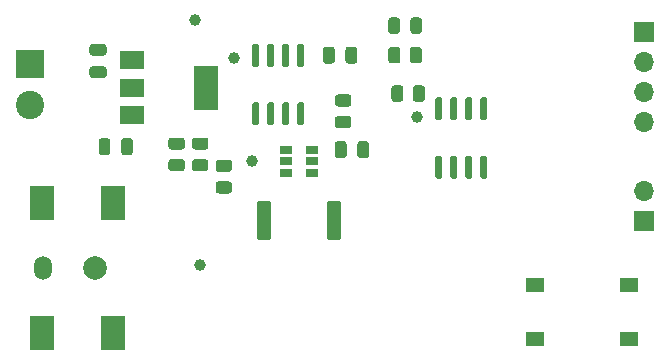
<source format=gbr>
%TF.GenerationSoftware,KiCad,Pcbnew,5.99.0+really5.1.10+dfsg1-1*%
%TF.CreationDate,2022-02-08T15:36:29-05:00*%
%TF.ProjectId,hotwire-lite,686f7477-6972-4652-9d6c-6974652e6b69,rev?*%
%TF.SameCoordinates,Original*%
%TF.FileFunction,Soldermask,Top*%
%TF.FilePolarity,Negative*%
%FSLAX46Y46*%
G04 Gerber Fmt 4.6, Leading zero omitted, Abs format (unit mm)*
G04 Created by KiCad (PCBNEW 5.99.0+really5.1.10+dfsg1-1) date 2022-02-08 15:36:29*
%MOMM*%
%LPD*%
G01*
G04 APERTURE LIST*
%ADD10O,1.700000X1.700000*%
%ADD11R,1.700000X1.700000*%
%ADD12R,2.000000X3.800000*%
%ADD13R,2.000000X1.500000*%
%ADD14R,2.000000X3.000000*%
%ADD15C,2.000000*%
%ADD16O,1.500000X2.000000*%
%ADD17R,1.060000X0.650000*%
%ADD18C,1.000000*%
%ADD19R,2.400000X2.400000*%
%ADD20C,2.400000*%
%ADD21R,1.550000X1.300000*%
G04 APERTURE END LIST*
%TO.C,C1*%
G36*
G01*
X76800000Y-70275000D02*
X76800000Y-71225000D01*
G75*
G02*
X76550000Y-71475000I-250000J0D01*
G01*
X76050000Y-71475000D01*
G75*
G02*
X75800000Y-71225000I0J250000D01*
G01*
X75800000Y-70275000D01*
G75*
G02*
X76050000Y-70025000I250000J0D01*
G01*
X76550000Y-70025000D01*
G75*
G02*
X76800000Y-70275000I0J-250000D01*
G01*
G37*
G36*
G01*
X78700000Y-70275000D02*
X78700000Y-71225000D01*
G75*
G02*
X78450000Y-71475000I-250000J0D01*
G01*
X77950000Y-71475000D01*
G75*
G02*
X77700000Y-71225000I0J250000D01*
G01*
X77700000Y-70275000D01*
G75*
G02*
X77950000Y-70025000I250000J0D01*
G01*
X78450000Y-70025000D01*
G75*
G02*
X78700000Y-70275000I0J-250000D01*
G01*
G37*
%TD*%
%TO.C,R6*%
G36*
G01*
X102400000Y-66700002D02*
X102400000Y-65799998D01*
G75*
G02*
X102649998Y-65550000I249998J0D01*
G01*
X103175002Y-65550000D01*
G75*
G02*
X103425000Y-65799998I0J-249998D01*
G01*
X103425000Y-66700002D01*
G75*
G02*
X103175002Y-66950000I-249998J0D01*
G01*
X102649998Y-66950000D01*
G75*
G02*
X102400000Y-66700002I0J249998D01*
G01*
G37*
G36*
G01*
X100575000Y-66700002D02*
X100575000Y-65799998D01*
G75*
G02*
X100824998Y-65550000I249998J0D01*
G01*
X101350002Y-65550000D01*
G75*
G02*
X101600000Y-65799998I0J-249998D01*
G01*
X101600000Y-66700002D01*
G75*
G02*
X101350002Y-66950000I-249998J0D01*
G01*
X100824998Y-66950000D01*
G75*
G02*
X100575000Y-66700002I0J249998D01*
G01*
G37*
%TD*%
%TO.C,R3*%
G36*
G01*
X85949998Y-73687500D02*
X86850002Y-73687500D01*
G75*
G02*
X87100000Y-73937498I0J-249998D01*
G01*
X87100000Y-74462502D01*
G75*
G02*
X86850002Y-74712500I-249998J0D01*
G01*
X85949998Y-74712500D01*
G75*
G02*
X85700000Y-74462502I0J249998D01*
G01*
X85700000Y-73937498D01*
G75*
G02*
X85949998Y-73687500I249998J0D01*
G01*
G37*
G36*
G01*
X85949998Y-71862500D02*
X86850002Y-71862500D01*
G75*
G02*
X87100000Y-72112498I0J-249998D01*
G01*
X87100000Y-72637502D01*
G75*
G02*
X86850002Y-72887500I-249998J0D01*
G01*
X85949998Y-72887500D01*
G75*
G02*
X85700000Y-72637502I0J249998D01*
G01*
X85700000Y-72112498D01*
G75*
G02*
X85949998Y-71862500I249998J0D01*
G01*
G37*
%TD*%
D10*
%TO.C,J3*%
X122000000Y-68620000D03*
X122000000Y-66080000D03*
X122000000Y-63540000D03*
D11*
X122000000Y-61000000D03*
%TD*%
D10*
%TO.C,J4*%
X122000000Y-74460000D03*
D11*
X122000000Y-77000000D03*
%TD*%
D12*
%TO.C,U1*%
X84900000Y-65750000D03*
D13*
X78600000Y-65750000D03*
X78600000Y-68050000D03*
X78600000Y-63450000D03*
%TD*%
%TO.C,R4*%
G36*
G01*
X101350000Y-62549998D02*
X101350000Y-63450002D01*
G75*
G02*
X101100002Y-63700000I-249998J0D01*
G01*
X100574998Y-63700000D01*
G75*
G02*
X100325000Y-63450002I0J249998D01*
G01*
X100325000Y-62549998D01*
G75*
G02*
X100574998Y-62300000I249998J0D01*
G01*
X101100002Y-62300000D01*
G75*
G02*
X101350000Y-62549998I0J-249998D01*
G01*
G37*
G36*
G01*
X103175000Y-62549998D02*
X103175000Y-63450002D01*
G75*
G02*
X102925002Y-63700000I-249998J0D01*
G01*
X102399998Y-63700000D01*
G75*
G02*
X102150000Y-63450002I0J249998D01*
G01*
X102150000Y-62549998D01*
G75*
G02*
X102399998Y-62300000I249998J0D01*
G01*
X102925002Y-62300000D01*
G75*
G02*
X103175000Y-62549998I0J-249998D01*
G01*
G37*
%TD*%
%TO.C,R5*%
G36*
G01*
X96950002Y-67350000D02*
X96049998Y-67350000D01*
G75*
G02*
X95800000Y-67100002I0J249998D01*
G01*
X95800000Y-66574998D01*
G75*
G02*
X96049998Y-66325000I249998J0D01*
G01*
X96950002Y-66325000D01*
G75*
G02*
X97200000Y-66574998I0J-249998D01*
G01*
X97200000Y-67100002D01*
G75*
G02*
X96950002Y-67350000I-249998J0D01*
G01*
G37*
G36*
G01*
X96950002Y-69175000D02*
X96049998Y-69175000D01*
G75*
G02*
X95800000Y-68925002I0J249998D01*
G01*
X95800000Y-68399998D01*
G75*
G02*
X96049998Y-68150000I249998J0D01*
G01*
X96950002Y-68150000D01*
G75*
G02*
X97200000Y-68399998I0J-249998D01*
G01*
X97200000Y-68925002D01*
G75*
G02*
X96950002Y-69175000I-249998J0D01*
G01*
G37*
%TD*%
%TO.C,R2*%
G36*
G01*
X83949998Y-71800000D02*
X84850002Y-71800000D01*
G75*
G02*
X85100000Y-72049998I0J-249998D01*
G01*
X85100000Y-72575002D01*
G75*
G02*
X84850002Y-72825000I-249998J0D01*
G01*
X83949998Y-72825000D01*
G75*
G02*
X83700000Y-72575002I0J249998D01*
G01*
X83700000Y-72049998D01*
G75*
G02*
X83949998Y-71800000I249998J0D01*
G01*
G37*
G36*
G01*
X83949998Y-69975000D02*
X84850002Y-69975000D01*
G75*
G02*
X85100000Y-70224998I0J-249998D01*
G01*
X85100000Y-70750002D01*
G75*
G02*
X84850002Y-71000000I-249998J0D01*
G01*
X83949998Y-71000000D01*
G75*
G02*
X83700000Y-70750002I0J249998D01*
G01*
X83700000Y-70224998D01*
G75*
G02*
X83949998Y-69975000I249998J0D01*
G01*
G37*
%TD*%
%TO.C,R1*%
G36*
G01*
X82850002Y-71000000D02*
X81949998Y-71000000D01*
G75*
G02*
X81700000Y-70750002I0J249998D01*
G01*
X81700000Y-70224998D01*
G75*
G02*
X81949998Y-69975000I249998J0D01*
G01*
X82850002Y-69975000D01*
G75*
G02*
X83100000Y-70224998I0J-249998D01*
G01*
X83100000Y-70750002D01*
G75*
G02*
X82850002Y-71000000I-249998J0D01*
G01*
G37*
G36*
G01*
X82850002Y-72825000D02*
X81949998Y-72825000D01*
G75*
G02*
X81700000Y-72575002I0J249998D01*
G01*
X81700000Y-72049998D01*
G75*
G02*
X81949998Y-71800000I249998J0D01*
G01*
X82850002Y-71800000D01*
G75*
G02*
X83100000Y-72049998I0J-249998D01*
G01*
X83100000Y-72575002D01*
G75*
G02*
X82850002Y-72825000I-249998J0D01*
G01*
G37*
%TD*%
%TO.C,D1*%
G36*
G01*
X101300000Y-60043750D02*
X101300000Y-60956250D01*
G75*
G02*
X101056250Y-61200000I-243750J0D01*
G01*
X100568750Y-61200000D01*
G75*
G02*
X100325000Y-60956250I0J243750D01*
G01*
X100325000Y-60043750D01*
G75*
G02*
X100568750Y-59800000I243750J0D01*
G01*
X101056250Y-59800000D01*
G75*
G02*
X101300000Y-60043750I0J-243750D01*
G01*
G37*
G36*
G01*
X103175000Y-60043750D02*
X103175000Y-60956250D01*
G75*
G02*
X102931250Y-61200000I-243750J0D01*
G01*
X102443750Y-61200000D01*
G75*
G02*
X102200000Y-60956250I0J243750D01*
G01*
X102200000Y-60043750D01*
G75*
G02*
X102443750Y-59800000I243750J0D01*
G01*
X102931250Y-59800000D01*
G75*
G02*
X103175000Y-60043750I0J-243750D01*
G01*
G37*
%TD*%
%TO.C,C4*%
G36*
G01*
X97700000Y-71475000D02*
X97700000Y-70525000D01*
G75*
G02*
X97950000Y-70275000I250000J0D01*
G01*
X98450000Y-70275000D01*
G75*
G02*
X98700000Y-70525000I0J-250000D01*
G01*
X98700000Y-71475000D01*
G75*
G02*
X98450000Y-71725000I-250000J0D01*
G01*
X97950000Y-71725000D01*
G75*
G02*
X97700000Y-71475000I0J250000D01*
G01*
G37*
G36*
G01*
X95800000Y-71475000D02*
X95800000Y-70525000D01*
G75*
G02*
X96050000Y-70275000I250000J0D01*
G01*
X96550000Y-70275000D01*
G75*
G02*
X96800000Y-70525000I0J-250000D01*
G01*
X96800000Y-71475000D01*
G75*
G02*
X96550000Y-71725000I-250000J0D01*
G01*
X96050000Y-71725000D01*
G75*
G02*
X95800000Y-71475000I0J250000D01*
G01*
G37*
%TD*%
%TO.C,C3*%
G36*
G01*
X96700000Y-63475000D02*
X96700000Y-62525000D01*
G75*
G02*
X96950000Y-62275000I250000J0D01*
G01*
X97450000Y-62275000D01*
G75*
G02*
X97700000Y-62525000I0J-250000D01*
G01*
X97700000Y-63475000D01*
G75*
G02*
X97450000Y-63725000I-250000J0D01*
G01*
X96950000Y-63725000D01*
G75*
G02*
X96700000Y-63475000I0J250000D01*
G01*
G37*
G36*
G01*
X94800000Y-63475000D02*
X94800000Y-62525000D01*
G75*
G02*
X95050000Y-62275000I250000J0D01*
G01*
X95550000Y-62275000D01*
G75*
G02*
X95800000Y-62525000I0J-250000D01*
G01*
X95800000Y-63475000D01*
G75*
G02*
X95550000Y-63725000I-250000J0D01*
G01*
X95050000Y-63725000D01*
G75*
G02*
X94800000Y-63475000I0J250000D01*
G01*
G37*
%TD*%
%TO.C,C2*%
G36*
G01*
X76225000Y-63050000D02*
X75275000Y-63050000D01*
G75*
G02*
X75025000Y-62800000I0J250000D01*
G01*
X75025000Y-62300000D01*
G75*
G02*
X75275000Y-62050000I250000J0D01*
G01*
X76225000Y-62050000D01*
G75*
G02*
X76475000Y-62300000I0J-250000D01*
G01*
X76475000Y-62800000D01*
G75*
G02*
X76225000Y-63050000I-250000J0D01*
G01*
G37*
G36*
G01*
X76225000Y-64950000D02*
X75275000Y-64950000D01*
G75*
G02*
X75025000Y-64700000I0J250000D01*
G01*
X75025000Y-64200000D01*
G75*
G02*
X75275000Y-63950000I250000J0D01*
G01*
X76225000Y-63950000D01*
G75*
G02*
X76475000Y-64200000I0J-250000D01*
G01*
X76475000Y-64700000D01*
G75*
G02*
X76225000Y-64950000I-250000J0D01*
G01*
G37*
%TD*%
D14*
%TO.C,J1*%
X71000000Y-86500000D03*
X77000000Y-86500000D03*
X77000000Y-75500000D03*
X71000000Y-75500000D03*
D15*
X75500000Y-81000000D03*
D16*
X71100000Y-81000000D03*
%TD*%
%TO.C,U2*%
G36*
G01*
X92755000Y-67000000D02*
X93055000Y-67000000D01*
G75*
G02*
X93205000Y-67150000I0J-150000D01*
G01*
X93205000Y-68800000D01*
G75*
G02*
X93055000Y-68950000I-150000J0D01*
G01*
X92755000Y-68950000D01*
G75*
G02*
X92605000Y-68800000I0J150000D01*
G01*
X92605000Y-67150000D01*
G75*
G02*
X92755000Y-67000000I150000J0D01*
G01*
G37*
G36*
G01*
X91485000Y-67000000D02*
X91785000Y-67000000D01*
G75*
G02*
X91935000Y-67150000I0J-150000D01*
G01*
X91935000Y-68800000D01*
G75*
G02*
X91785000Y-68950000I-150000J0D01*
G01*
X91485000Y-68950000D01*
G75*
G02*
X91335000Y-68800000I0J150000D01*
G01*
X91335000Y-67150000D01*
G75*
G02*
X91485000Y-67000000I150000J0D01*
G01*
G37*
G36*
G01*
X90215000Y-67000000D02*
X90515000Y-67000000D01*
G75*
G02*
X90665000Y-67150000I0J-150000D01*
G01*
X90665000Y-68800000D01*
G75*
G02*
X90515000Y-68950000I-150000J0D01*
G01*
X90215000Y-68950000D01*
G75*
G02*
X90065000Y-68800000I0J150000D01*
G01*
X90065000Y-67150000D01*
G75*
G02*
X90215000Y-67000000I150000J0D01*
G01*
G37*
G36*
G01*
X88945000Y-67000000D02*
X89245000Y-67000000D01*
G75*
G02*
X89395000Y-67150000I0J-150000D01*
G01*
X89395000Y-68800000D01*
G75*
G02*
X89245000Y-68950000I-150000J0D01*
G01*
X88945000Y-68950000D01*
G75*
G02*
X88795000Y-68800000I0J150000D01*
G01*
X88795000Y-67150000D01*
G75*
G02*
X88945000Y-67000000I150000J0D01*
G01*
G37*
G36*
G01*
X88945000Y-62050000D02*
X89245000Y-62050000D01*
G75*
G02*
X89395000Y-62200000I0J-150000D01*
G01*
X89395000Y-63850000D01*
G75*
G02*
X89245000Y-64000000I-150000J0D01*
G01*
X88945000Y-64000000D01*
G75*
G02*
X88795000Y-63850000I0J150000D01*
G01*
X88795000Y-62200000D01*
G75*
G02*
X88945000Y-62050000I150000J0D01*
G01*
G37*
G36*
G01*
X90215000Y-62050000D02*
X90515000Y-62050000D01*
G75*
G02*
X90665000Y-62200000I0J-150000D01*
G01*
X90665000Y-63850000D01*
G75*
G02*
X90515000Y-64000000I-150000J0D01*
G01*
X90215000Y-64000000D01*
G75*
G02*
X90065000Y-63850000I0J150000D01*
G01*
X90065000Y-62200000D01*
G75*
G02*
X90215000Y-62050000I150000J0D01*
G01*
G37*
G36*
G01*
X91485000Y-62050000D02*
X91785000Y-62050000D01*
G75*
G02*
X91935000Y-62200000I0J-150000D01*
G01*
X91935000Y-63850000D01*
G75*
G02*
X91785000Y-64000000I-150000J0D01*
G01*
X91485000Y-64000000D01*
G75*
G02*
X91335000Y-63850000I0J150000D01*
G01*
X91335000Y-62200000D01*
G75*
G02*
X91485000Y-62050000I150000J0D01*
G01*
G37*
G36*
G01*
X92755000Y-62050000D02*
X93055000Y-62050000D01*
G75*
G02*
X93205000Y-62200000I0J-150000D01*
G01*
X93205000Y-63850000D01*
G75*
G02*
X93055000Y-64000000I-150000J0D01*
G01*
X92755000Y-64000000D01*
G75*
G02*
X92605000Y-63850000I0J150000D01*
G01*
X92605000Y-62200000D01*
G75*
G02*
X92755000Y-62050000I150000J0D01*
G01*
G37*
%TD*%
%TO.C,Q1*%
G36*
G01*
X108255000Y-71500000D02*
X108555000Y-71500000D01*
G75*
G02*
X108705000Y-71650000I0J-150000D01*
G01*
X108705000Y-73300000D01*
G75*
G02*
X108555000Y-73450000I-150000J0D01*
G01*
X108255000Y-73450000D01*
G75*
G02*
X108105000Y-73300000I0J150000D01*
G01*
X108105000Y-71650000D01*
G75*
G02*
X108255000Y-71500000I150000J0D01*
G01*
G37*
G36*
G01*
X106985000Y-71500000D02*
X107285000Y-71500000D01*
G75*
G02*
X107435000Y-71650000I0J-150000D01*
G01*
X107435000Y-73300000D01*
G75*
G02*
X107285000Y-73450000I-150000J0D01*
G01*
X106985000Y-73450000D01*
G75*
G02*
X106835000Y-73300000I0J150000D01*
G01*
X106835000Y-71650000D01*
G75*
G02*
X106985000Y-71500000I150000J0D01*
G01*
G37*
G36*
G01*
X105715000Y-71500000D02*
X106015000Y-71500000D01*
G75*
G02*
X106165000Y-71650000I0J-150000D01*
G01*
X106165000Y-73300000D01*
G75*
G02*
X106015000Y-73450000I-150000J0D01*
G01*
X105715000Y-73450000D01*
G75*
G02*
X105565000Y-73300000I0J150000D01*
G01*
X105565000Y-71650000D01*
G75*
G02*
X105715000Y-71500000I150000J0D01*
G01*
G37*
G36*
G01*
X104445000Y-71500000D02*
X104745000Y-71500000D01*
G75*
G02*
X104895000Y-71650000I0J-150000D01*
G01*
X104895000Y-73300000D01*
G75*
G02*
X104745000Y-73450000I-150000J0D01*
G01*
X104445000Y-73450000D01*
G75*
G02*
X104295000Y-73300000I0J150000D01*
G01*
X104295000Y-71650000D01*
G75*
G02*
X104445000Y-71500000I150000J0D01*
G01*
G37*
G36*
G01*
X104445000Y-66550000D02*
X104745000Y-66550000D01*
G75*
G02*
X104895000Y-66700000I0J-150000D01*
G01*
X104895000Y-68350000D01*
G75*
G02*
X104745000Y-68500000I-150000J0D01*
G01*
X104445000Y-68500000D01*
G75*
G02*
X104295000Y-68350000I0J150000D01*
G01*
X104295000Y-66700000D01*
G75*
G02*
X104445000Y-66550000I150000J0D01*
G01*
G37*
G36*
G01*
X105715000Y-66550000D02*
X106015000Y-66550000D01*
G75*
G02*
X106165000Y-66700000I0J-150000D01*
G01*
X106165000Y-68350000D01*
G75*
G02*
X106015000Y-68500000I-150000J0D01*
G01*
X105715000Y-68500000D01*
G75*
G02*
X105565000Y-68350000I0J150000D01*
G01*
X105565000Y-66700000D01*
G75*
G02*
X105715000Y-66550000I150000J0D01*
G01*
G37*
G36*
G01*
X106985000Y-66550000D02*
X107285000Y-66550000D01*
G75*
G02*
X107435000Y-66700000I0J-150000D01*
G01*
X107435000Y-68350000D01*
G75*
G02*
X107285000Y-68500000I-150000J0D01*
G01*
X106985000Y-68500000D01*
G75*
G02*
X106835000Y-68350000I0J150000D01*
G01*
X106835000Y-66700000D01*
G75*
G02*
X106985000Y-66550000I150000J0D01*
G01*
G37*
G36*
G01*
X108255000Y-66550000D02*
X108555000Y-66550000D01*
G75*
G02*
X108705000Y-66700000I0J-150000D01*
G01*
X108705000Y-68350000D01*
G75*
G02*
X108555000Y-68500000I-150000J0D01*
G01*
X108255000Y-68500000D01*
G75*
G02*
X108105000Y-68350000I0J150000D01*
G01*
X108105000Y-66700000D01*
G75*
G02*
X108255000Y-66550000I150000J0D01*
G01*
G37*
%TD*%
%TO.C,SHUNT*%
G36*
G01*
X95100000Y-78425001D02*
X95100000Y-75574999D01*
G75*
G02*
X95349999Y-75325000I249999J0D01*
G01*
X96075001Y-75325000D01*
G75*
G02*
X96325000Y-75574999I0J-249999D01*
G01*
X96325000Y-78425001D01*
G75*
G02*
X96075001Y-78675000I-249999J0D01*
G01*
X95349999Y-78675000D01*
G75*
G02*
X95100000Y-78425001I0J249999D01*
G01*
G37*
G36*
G01*
X89175000Y-78425001D02*
X89175000Y-75574999D01*
G75*
G02*
X89424999Y-75325000I249999J0D01*
G01*
X90150001Y-75325000D01*
G75*
G02*
X90400000Y-75574999I0J-249999D01*
G01*
X90400000Y-78425001D01*
G75*
G02*
X90150001Y-78675000I-249999J0D01*
G01*
X89424999Y-78675000D01*
G75*
G02*
X89175000Y-78425001I0J249999D01*
G01*
G37*
%TD*%
D17*
%TO.C,U3*%
X93850000Y-72000000D03*
X93850000Y-71050000D03*
X93850000Y-72950000D03*
X91650000Y-72950000D03*
X91650000Y-72000000D03*
X91650000Y-71050000D03*
%TD*%
D18*
%TO.C,volt*%
X87250000Y-63250000D03*
%TD*%
%TO.C,vin*%
X84400000Y-80800000D03*
%TD*%
%TO.C,reg*%
X84000000Y-60000000D03*
%TD*%
%TO.C,pwm*%
X102750000Y-68250000D03*
%TD*%
%TO.C,amp*%
X88800000Y-72000000D03*
%TD*%
D19*
%TO.C,J2*%
X70000000Y-63750000D03*
D20*
X70000000Y-67250000D03*
%TD*%
D21*
%TO.C,SW1*%
X112770000Y-87000000D03*
X112770000Y-82500000D03*
X120730000Y-82500000D03*
X120730000Y-87000000D03*
%TD*%
M02*

</source>
